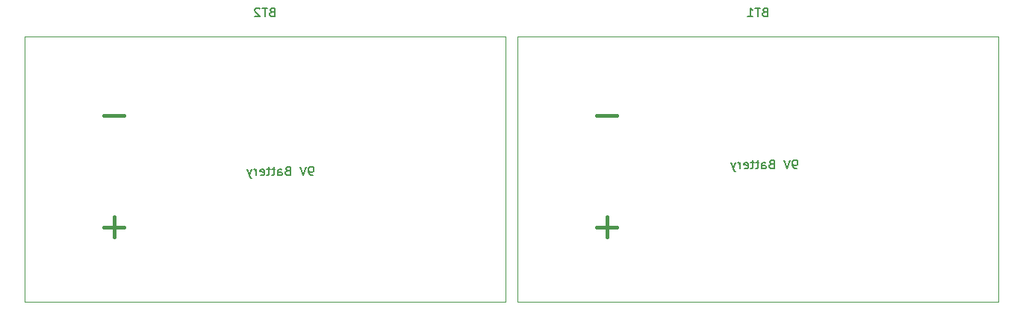
<source format=gbr>
G04 #@! TF.GenerationSoftware,KiCad,Pcbnew,5.1.4-e60b266~84~ubuntu18.04.1*
G04 #@! TF.CreationDate,2019-10-23T15:59:47+01:00*
G04 #@! TF.ProjectId,trans_switch_volt_amp,7472616e-735f-4737-9769-7463685f766f,rev?*
G04 #@! TF.SameCoordinates,Original*
G04 #@! TF.FileFunction,Legend,Bot*
G04 #@! TF.FilePolarity,Positive*
%FSLAX46Y46*%
G04 Gerber Fmt 4.6, Leading zero omitted, Abs format (unit mm)*
G04 Created by KiCad (PCBNEW 5.1.4-e60b266~84~ubuntu18.04.1) date 2019-10-23 15:59:47*
%MOMM*%
%LPD*%
G04 APERTURE LIST*
%ADD10C,0.120000*%
%ADD11C,0.150000*%
%ADD12C,0.450000*%
G04 APERTURE END LIST*
D10*
X190338000Y-149466000D02*
X190338000Y-119266000D01*
X135838000Y-149466000D02*
X190338000Y-149466000D01*
X135838000Y-119266000D02*
X135838000Y-149466000D01*
X190338000Y-119266000D02*
X135838000Y-119266000D01*
X134458000Y-119266000D02*
X79958000Y-119266000D01*
X79958000Y-119266000D02*
X79958000Y-149466000D01*
X79958000Y-149466000D02*
X134458000Y-149466000D01*
X134458000Y-149466000D02*
X134458000Y-119266000D01*
D11*
X163853714Y-116514571D02*
X163710857Y-116562190D01*
X163663238Y-116609809D01*
X163615619Y-116705047D01*
X163615619Y-116847904D01*
X163663238Y-116943142D01*
X163710857Y-116990761D01*
X163806095Y-117038380D01*
X164187047Y-117038380D01*
X164187047Y-116038380D01*
X163853714Y-116038380D01*
X163758476Y-116086000D01*
X163710857Y-116133619D01*
X163663238Y-116228857D01*
X163663238Y-116324095D01*
X163710857Y-116419333D01*
X163758476Y-116466952D01*
X163853714Y-116514571D01*
X164187047Y-116514571D01*
X163329904Y-116038380D02*
X162758476Y-116038380D01*
X163044190Y-117038380D02*
X163044190Y-116038380D01*
X161901333Y-117038380D02*
X162472761Y-117038380D01*
X162187047Y-117038380D02*
X162187047Y-116038380D01*
X162282285Y-116181238D01*
X162377523Y-116276476D01*
X162472761Y-116324095D01*
X167472857Y-134310380D02*
X167282380Y-134310380D01*
X167187142Y-134262761D01*
X167139523Y-134215142D01*
X167044285Y-134072285D01*
X166996666Y-133881809D01*
X166996666Y-133500857D01*
X167044285Y-133405619D01*
X167091904Y-133358000D01*
X167187142Y-133310380D01*
X167377619Y-133310380D01*
X167472857Y-133358000D01*
X167520476Y-133405619D01*
X167568095Y-133500857D01*
X167568095Y-133738952D01*
X167520476Y-133834190D01*
X167472857Y-133881809D01*
X167377619Y-133929428D01*
X167187142Y-133929428D01*
X167091904Y-133881809D01*
X167044285Y-133834190D01*
X166996666Y-133738952D01*
X166710952Y-133310380D02*
X166377619Y-134310380D01*
X166044285Y-133310380D01*
X164615714Y-133786571D02*
X164472857Y-133834190D01*
X164425238Y-133881809D01*
X164377619Y-133977047D01*
X164377619Y-134119904D01*
X164425238Y-134215142D01*
X164472857Y-134262761D01*
X164568095Y-134310380D01*
X164949047Y-134310380D01*
X164949047Y-133310380D01*
X164615714Y-133310380D01*
X164520476Y-133358000D01*
X164472857Y-133405619D01*
X164425238Y-133500857D01*
X164425238Y-133596095D01*
X164472857Y-133691333D01*
X164520476Y-133738952D01*
X164615714Y-133786571D01*
X164949047Y-133786571D01*
X163520476Y-134310380D02*
X163520476Y-133786571D01*
X163568095Y-133691333D01*
X163663333Y-133643714D01*
X163853809Y-133643714D01*
X163949047Y-133691333D01*
X163520476Y-134262761D02*
X163615714Y-134310380D01*
X163853809Y-134310380D01*
X163949047Y-134262761D01*
X163996666Y-134167523D01*
X163996666Y-134072285D01*
X163949047Y-133977047D01*
X163853809Y-133929428D01*
X163615714Y-133929428D01*
X163520476Y-133881809D01*
X163187142Y-133643714D02*
X162806190Y-133643714D01*
X163044285Y-133310380D02*
X163044285Y-134167523D01*
X162996666Y-134262761D01*
X162901428Y-134310380D01*
X162806190Y-134310380D01*
X162615714Y-133643714D02*
X162234761Y-133643714D01*
X162472857Y-133310380D02*
X162472857Y-134167523D01*
X162425238Y-134262761D01*
X162330000Y-134310380D01*
X162234761Y-134310380D01*
X161520476Y-134262761D02*
X161615714Y-134310380D01*
X161806190Y-134310380D01*
X161901428Y-134262761D01*
X161949047Y-134167523D01*
X161949047Y-133786571D01*
X161901428Y-133691333D01*
X161806190Y-133643714D01*
X161615714Y-133643714D01*
X161520476Y-133691333D01*
X161472857Y-133786571D01*
X161472857Y-133881809D01*
X161949047Y-133977047D01*
X161044285Y-134310380D02*
X161044285Y-133643714D01*
X161044285Y-133834190D02*
X160996666Y-133738952D01*
X160949047Y-133691333D01*
X160853809Y-133643714D01*
X160758571Y-133643714D01*
X160520476Y-133643714D02*
X160282380Y-134310380D01*
X160044285Y-133643714D02*
X160282380Y-134310380D01*
X160377619Y-134548476D01*
X160425238Y-134596095D01*
X160520476Y-134643714D01*
D12*
X147080857Y-128230285D02*
X144795142Y-128230285D01*
X147080857Y-140930285D02*
X144795142Y-140930285D01*
X145938000Y-142073142D02*
X145938000Y-139787428D01*
D11*
X107973714Y-116514571D02*
X107830857Y-116562190D01*
X107783238Y-116609809D01*
X107735619Y-116705047D01*
X107735619Y-116847904D01*
X107783238Y-116943142D01*
X107830857Y-116990761D01*
X107926095Y-117038380D01*
X108307047Y-117038380D01*
X108307047Y-116038380D01*
X107973714Y-116038380D01*
X107878476Y-116086000D01*
X107830857Y-116133619D01*
X107783238Y-116228857D01*
X107783238Y-116324095D01*
X107830857Y-116419333D01*
X107878476Y-116466952D01*
X107973714Y-116514571D01*
X108307047Y-116514571D01*
X107449904Y-116038380D02*
X106878476Y-116038380D01*
X107164190Y-117038380D02*
X107164190Y-116038380D01*
X106592761Y-116133619D02*
X106545142Y-116086000D01*
X106449904Y-116038380D01*
X106211809Y-116038380D01*
X106116571Y-116086000D01*
X106068952Y-116133619D01*
X106021333Y-116228857D01*
X106021333Y-116324095D01*
X106068952Y-116466952D01*
X106640380Y-117038380D01*
X106021333Y-117038380D01*
X112608857Y-135072380D02*
X112418380Y-135072380D01*
X112323142Y-135024761D01*
X112275523Y-134977142D01*
X112180285Y-134834285D01*
X112132666Y-134643809D01*
X112132666Y-134262857D01*
X112180285Y-134167619D01*
X112227904Y-134120000D01*
X112323142Y-134072380D01*
X112513619Y-134072380D01*
X112608857Y-134120000D01*
X112656476Y-134167619D01*
X112704095Y-134262857D01*
X112704095Y-134500952D01*
X112656476Y-134596190D01*
X112608857Y-134643809D01*
X112513619Y-134691428D01*
X112323142Y-134691428D01*
X112227904Y-134643809D01*
X112180285Y-134596190D01*
X112132666Y-134500952D01*
X111846952Y-134072380D02*
X111513619Y-135072380D01*
X111180285Y-134072380D01*
X109751714Y-134548571D02*
X109608857Y-134596190D01*
X109561238Y-134643809D01*
X109513619Y-134739047D01*
X109513619Y-134881904D01*
X109561238Y-134977142D01*
X109608857Y-135024761D01*
X109704095Y-135072380D01*
X110085047Y-135072380D01*
X110085047Y-134072380D01*
X109751714Y-134072380D01*
X109656476Y-134120000D01*
X109608857Y-134167619D01*
X109561238Y-134262857D01*
X109561238Y-134358095D01*
X109608857Y-134453333D01*
X109656476Y-134500952D01*
X109751714Y-134548571D01*
X110085047Y-134548571D01*
X108656476Y-135072380D02*
X108656476Y-134548571D01*
X108704095Y-134453333D01*
X108799333Y-134405714D01*
X108989809Y-134405714D01*
X109085047Y-134453333D01*
X108656476Y-135024761D02*
X108751714Y-135072380D01*
X108989809Y-135072380D01*
X109085047Y-135024761D01*
X109132666Y-134929523D01*
X109132666Y-134834285D01*
X109085047Y-134739047D01*
X108989809Y-134691428D01*
X108751714Y-134691428D01*
X108656476Y-134643809D01*
X108323142Y-134405714D02*
X107942190Y-134405714D01*
X108180285Y-134072380D02*
X108180285Y-134929523D01*
X108132666Y-135024761D01*
X108037428Y-135072380D01*
X107942190Y-135072380D01*
X107751714Y-134405714D02*
X107370761Y-134405714D01*
X107608857Y-134072380D02*
X107608857Y-134929523D01*
X107561238Y-135024761D01*
X107466000Y-135072380D01*
X107370761Y-135072380D01*
X106656476Y-135024761D02*
X106751714Y-135072380D01*
X106942190Y-135072380D01*
X107037428Y-135024761D01*
X107085047Y-134929523D01*
X107085047Y-134548571D01*
X107037428Y-134453333D01*
X106942190Y-134405714D01*
X106751714Y-134405714D01*
X106656476Y-134453333D01*
X106608857Y-134548571D01*
X106608857Y-134643809D01*
X107085047Y-134739047D01*
X106180285Y-135072380D02*
X106180285Y-134405714D01*
X106180285Y-134596190D02*
X106132666Y-134500952D01*
X106085047Y-134453333D01*
X105989809Y-134405714D01*
X105894571Y-134405714D01*
X105656476Y-134405714D02*
X105418380Y-135072380D01*
X105180285Y-134405714D02*
X105418380Y-135072380D01*
X105513619Y-135310476D01*
X105561238Y-135358095D01*
X105656476Y-135405714D01*
D12*
X91200857Y-140930285D02*
X88915142Y-140930285D01*
X90058000Y-142073142D02*
X90058000Y-139787428D01*
X91200857Y-128230285D02*
X88915142Y-128230285D01*
M02*

</source>
